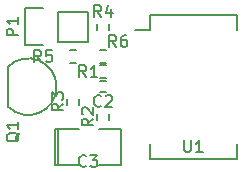
<source format=gbr>
%TF.GenerationSoftware,KiCad,Pcbnew,(2015-09-17 BZR 6202)-product*%
%TF.CreationDate,2015-09-24T15:53:46+01:00*%
%TF.JobID,Atomizer,41746F6D697A65722E6B696361645F70,rev?*%
%TF.FileFunction,Legend,Top*%
%FSLAX46Y46*%
G04 Gerber Fmt 4.6, Leading zero omitted, Abs format (unit mm)*
G04 Created by KiCad (PCBNEW (2015-09-17 BZR 6202)-product) date Thursday, 24 September 2015 15:53:46*
%MOMM*%
G01*
G04 APERTURE LIST*
%ADD10C,0.100000*%
%ADD11C,0.150000*%
G04 APERTURE END LIST*
D10*
D11*
X166120000Y-113505000D02*
X166620000Y-113505000D01*
X166620000Y-112555000D02*
X166120000Y-112555000D01*
X162306000Y-116586000D02*
X162306000Y-119634000D01*
X165989000Y-119634000D02*
X167894000Y-119634000D01*
X167894000Y-119634000D02*
X167894000Y-116586000D01*
X167894000Y-116586000D02*
X165989000Y-116586000D01*
X164338000Y-116586000D02*
X162306000Y-116586000D01*
X162506000Y-116586000D02*
X162506000Y-119634000D01*
X162306000Y-119634000D02*
X164338000Y-119634000D01*
X166620000Y-111235000D02*
X166120000Y-111235000D01*
X166120000Y-112285000D02*
X166620000Y-112285000D01*
X165845000Y-115320000D02*
X165845000Y-115820000D01*
X166895000Y-115820000D02*
X166895000Y-115320000D01*
X163305000Y-114050000D02*
X163305000Y-114550000D01*
X164355000Y-114550000D02*
X164355000Y-114050000D01*
X166895000Y-108200000D02*
X166895000Y-107700000D01*
X165845000Y-107700000D02*
X165845000Y-108200000D01*
X164080000Y-109965000D02*
X163580000Y-109965000D01*
X163580000Y-111015000D02*
X164080000Y-111015000D01*
X166620000Y-109965000D02*
X166120000Y-109965000D01*
X166120000Y-111015000D02*
X166620000Y-111015000D01*
X170315000Y-106925000D02*
X170315000Y-108195000D01*
X177665000Y-106925000D02*
X177665000Y-108195000D01*
X177665000Y-119135000D02*
X177665000Y-117865000D01*
X170315000Y-119135000D02*
X170315000Y-117865000D01*
X170315000Y-106925000D02*
X177665000Y-106925000D01*
X170315000Y-119135000D02*
X177665000Y-119135000D01*
X170315000Y-108195000D02*
X169030000Y-108195000D01*
X162560000Y-106680000D02*
X165100000Y-106680000D01*
X159740000Y-106400000D02*
X161290000Y-106400000D01*
X162560000Y-106680000D02*
X162560000Y-109220000D01*
X161290000Y-109500000D02*
X159740000Y-109500000D01*
X159740000Y-109500000D02*
X159740000Y-106400000D01*
X162560000Y-109220000D02*
X165100000Y-109220000D01*
X165100000Y-109220000D02*
X165100000Y-106680000D01*
X158320000Y-111330000D02*
X158320000Y-114730000D01*
X158322944Y-111332944D02*
G75*
G02X162420000Y-113030000I1697056J-1697056D01*
G01*
X158322944Y-114727056D02*
G75*
G03X162420000Y-113030000I1697056J1697056D01*
G01*
X166203334Y-114657143D02*
X166155715Y-114704762D01*
X166012858Y-114752381D01*
X165917620Y-114752381D01*
X165774762Y-114704762D01*
X165679524Y-114609524D01*
X165631905Y-114514286D01*
X165584286Y-114323810D01*
X165584286Y-114180952D01*
X165631905Y-113990476D01*
X165679524Y-113895238D01*
X165774762Y-113800000D01*
X165917620Y-113752381D01*
X166012858Y-113752381D01*
X166155715Y-113800000D01*
X166203334Y-113847619D01*
X166584286Y-113847619D02*
X166631905Y-113800000D01*
X166727143Y-113752381D01*
X166965239Y-113752381D01*
X167060477Y-113800000D01*
X167108096Y-113847619D01*
X167155715Y-113942857D01*
X167155715Y-114038095D01*
X167108096Y-114180952D01*
X166536667Y-114752381D01*
X167155715Y-114752381D01*
X164933334Y-119737143D02*
X164885715Y-119784762D01*
X164742858Y-119832381D01*
X164647620Y-119832381D01*
X164504762Y-119784762D01*
X164409524Y-119689524D01*
X164361905Y-119594286D01*
X164314286Y-119403810D01*
X164314286Y-119260952D01*
X164361905Y-119070476D01*
X164409524Y-118975238D01*
X164504762Y-118880000D01*
X164647620Y-118832381D01*
X164742858Y-118832381D01*
X164885715Y-118880000D01*
X164933334Y-118927619D01*
X165266667Y-118832381D02*
X165885715Y-118832381D01*
X165552381Y-119213333D01*
X165695239Y-119213333D01*
X165790477Y-119260952D01*
X165838096Y-119308571D01*
X165885715Y-119403810D01*
X165885715Y-119641905D01*
X165838096Y-119737143D01*
X165790477Y-119784762D01*
X165695239Y-119832381D01*
X165409524Y-119832381D01*
X165314286Y-119784762D01*
X165266667Y-119737143D01*
X164933334Y-112212381D02*
X164600000Y-111736190D01*
X164361905Y-112212381D02*
X164361905Y-111212381D01*
X164742858Y-111212381D01*
X164838096Y-111260000D01*
X164885715Y-111307619D01*
X164933334Y-111402857D01*
X164933334Y-111545714D01*
X164885715Y-111640952D01*
X164838096Y-111688571D01*
X164742858Y-111736190D01*
X164361905Y-111736190D01*
X165885715Y-112212381D02*
X165314286Y-112212381D01*
X165600000Y-112212381D02*
X165600000Y-111212381D01*
X165504762Y-111355238D01*
X165409524Y-111450476D01*
X165314286Y-111498095D01*
X165552381Y-115736666D02*
X165076190Y-116070000D01*
X165552381Y-116308095D02*
X164552381Y-116308095D01*
X164552381Y-115927142D01*
X164600000Y-115831904D01*
X164647619Y-115784285D01*
X164742857Y-115736666D01*
X164885714Y-115736666D01*
X164980952Y-115784285D01*
X165028571Y-115831904D01*
X165076190Y-115927142D01*
X165076190Y-116308095D01*
X164647619Y-115355714D02*
X164600000Y-115308095D01*
X164552381Y-115212857D01*
X164552381Y-114974761D01*
X164600000Y-114879523D01*
X164647619Y-114831904D01*
X164742857Y-114784285D01*
X164838095Y-114784285D01*
X164980952Y-114831904D01*
X165552381Y-115403333D01*
X165552381Y-114784285D01*
X163012381Y-114466666D02*
X162536190Y-114800000D01*
X163012381Y-115038095D02*
X162012381Y-115038095D01*
X162012381Y-114657142D01*
X162060000Y-114561904D01*
X162107619Y-114514285D01*
X162202857Y-114466666D01*
X162345714Y-114466666D01*
X162440952Y-114514285D01*
X162488571Y-114561904D01*
X162536190Y-114657142D01*
X162536190Y-115038095D01*
X162012381Y-114133333D02*
X162012381Y-113514285D01*
X162393333Y-113847619D01*
X162393333Y-113704761D01*
X162440952Y-113609523D01*
X162488571Y-113561904D01*
X162583810Y-113514285D01*
X162821905Y-113514285D01*
X162917143Y-113561904D01*
X162964762Y-113609523D01*
X163012381Y-113704761D01*
X163012381Y-113990476D01*
X162964762Y-114085714D01*
X162917143Y-114133333D01*
X166203334Y-107132381D02*
X165870000Y-106656190D01*
X165631905Y-107132381D02*
X165631905Y-106132381D01*
X166012858Y-106132381D01*
X166108096Y-106180000D01*
X166155715Y-106227619D01*
X166203334Y-106322857D01*
X166203334Y-106465714D01*
X166155715Y-106560952D01*
X166108096Y-106608571D01*
X166012858Y-106656190D01*
X165631905Y-106656190D01*
X167060477Y-106465714D02*
X167060477Y-107132381D01*
X166822381Y-106084762D02*
X166584286Y-106799048D01*
X167203334Y-106799048D01*
X161123334Y-110942381D02*
X160790000Y-110466190D01*
X160551905Y-110942381D02*
X160551905Y-109942381D01*
X160932858Y-109942381D01*
X161028096Y-109990000D01*
X161075715Y-110037619D01*
X161123334Y-110132857D01*
X161123334Y-110275714D01*
X161075715Y-110370952D01*
X161028096Y-110418571D01*
X160932858Y-110466190D01*
X160551905Y-110466190D01*
X162028096Y-109942381D02*
X161551905Y-109942381D01*
X161504286Y-110418571D01*
X161551905Y-110370952D01*
X161647143Y-110323333D01*
X161885239Y-110323333D01*
X161980477Y-110370952D01*
X162028096Y-110418571D01*
X162075715Y-110513810D01*
X162075715Y-110751905D01*
X162028096Y-110847143D01*
X161980477Y-110894762D01*
X161885239Y-110942381D01*
X161647143Y-110942381D01*
X161551905Y-110894762D01*
X161504286Y-110847143D01*
X167473334Y-109672381D02*
X167140000Y-109196190D01*
X166901905Y-109672381D02*
X166901905Y-108672381D01*
X167282858Y-108672381D01*
X167378096Y-108720000D01*
X167425715Y-108767619D01*
X167473334Y-108862857D01*
X167473334Y-109005714D01*
X167425715Y-109100952D01*
X167378096Y-109148571D01*
X167282858Y-109196190D01*
X166901905Y-109196190D01*
X168330477Y-108672381D02*
X168140000Y-108672381D01*
X168044762Y-108720000D01*
X167997143Y-108767619D01*
X167901905Y-108910476D01*
X167854286Y-109100952D01*
X167854286Y-109481905D01*
X167901905Y-109577143D01*
X167949524Y-109624762D01*
X168044762Y-109672381D01*
X168235239Y-109672381D01*
X168330477Y-109624762D01*
X168378096Y-109577143D01*
X168425715Y-109481905D01*
X168425715Y-109243810D01*
X168378096Y-109148571D01*
X168330477Y-109100952D01*
X168235239Y-109053333D01*
X168044762Y-109053333D01*
X167949524Y-109100952D01*
X167901905Y-109148571D01*
X167854286Y-109243810D01*
X173228095Y-117562381D02*
X173228095Y-118371905D01*
X173275714Y-118467143D01*
X173323333Y-118514762D01*
X173418571Y-118562381D01*
X173609048Y-118562381D01*
X173704286Y-118514762D01*
X173751905Y-118467143D01*
X173799524Y-118371905D01*
X173799524Y-117562381D01*
X174799524Y-118562381D02*
X174228095Y-118562381D01*
X174513809Y-118562381D02*
X174513809Y-117562381D01*
X174418571Y-117705238D01*
X174323333Y-117800476D01*
X174228095Y-117848095D01*
X159202381Y-108688095D02*
X158202381Y-108688095D01*
X158202381Y-108307142D01*
X158250000Y-108211904D01*
X158297619Y-108164285D01*
X158392857Y-108116666D01*
X158535714Y-108116666D01*
X158630952Y-108164285D01*
X158678571Y-108211904D01*
X158726190Y-108307142D01*
X158726190Y-108688095D01*
X159202381Y-107164285D02*
X159202381Y-107735714D01*
X159202381Y-107450000D02*
X158202381Y-107450000D01*
X158345238Y-107545238D01*
X158440476Y-107640476D01*
X158488095Y-107735714D01*
X159297619Y-116935238D02*
X159250000Y-117030476D01*
X159154762Y-117125714D01*
X159011905Y-117268571D01*
X158964286Y-117363810D01*
X158964286Y-117459048D01*
X159202381Y-117411429D02*
X159154762Y-117506667D01*
X159059524Y-117601905D01*
X158869048Y-117649524D01*
X158535714Y-117649524D01*
X158345238Y-117601905D01*
X158250000Y-117506667D01*
X158202381Y-117411429D01*
X158202381Y-117220952D01*
X158250000Y-117125714D01*
X158345238Y-117030476D01*
X158535714Y-116982857D01*
X158869048Y-116982857D01*
X159059524Y-117030476D01*
X159154762Y-117125714D01*
X159202381Y-117220952D01*
X159202381Y-117411429D01*
X159202381Y-116030476D02*
X159202381Y-116601905D01*
X159202381Y-116316191D02*
X158202381Y-116316191D01*
X158345238Y-116411429D01*
X158440476Y-116506667D01*
X158488095Y-116601905D01*
M02*

</source>
